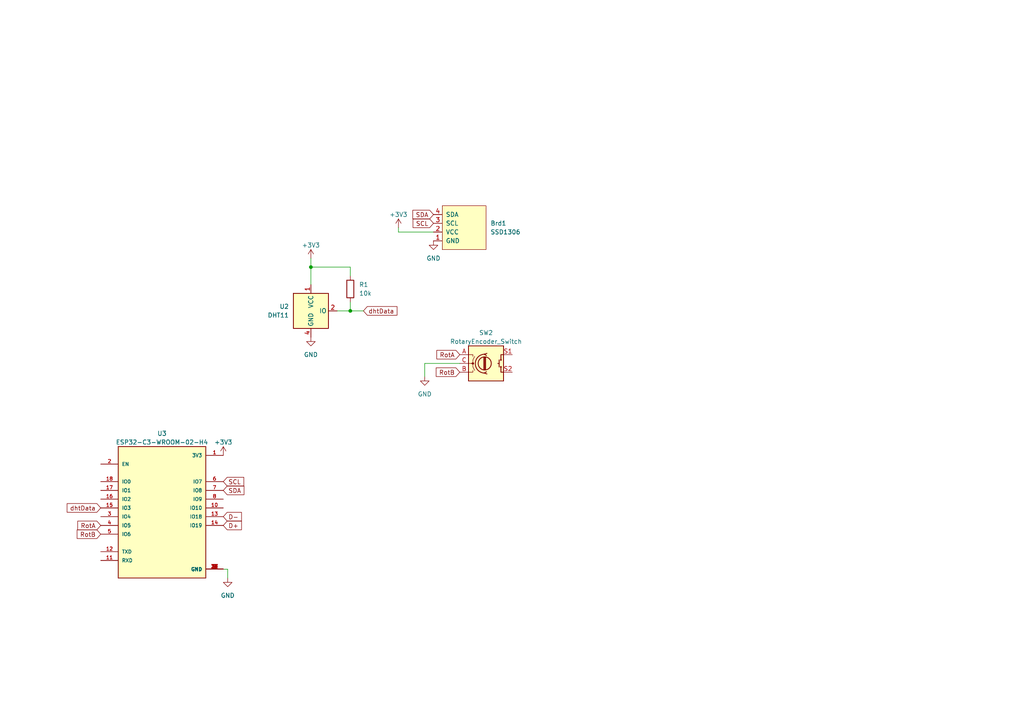
<source format=kicad_sch>
(kicad_sch (version 20230121) (generator eeschema)
  (paper "A4")
  (lib_symbols
    (symbol "Device:R" (pin_numbers hide) (pin_names (offset 0))
      (property "Reference" "R" (at 2.032 0 90))
      (property "Value" "R" (at 0 0 90))
      (symbol "R_0_1"
        (rectangle (start -1.016 -2.54) (end 1.016 2.54) (stroke (width 0.254)))
      )
      (symbol "R_1_1"
        (pin passive line (at 0 3.81 270) (length 1.27) (name "~") (number "1"))
        (pin passive line (at 0 -3.81 90) (length 1.27) (name "~") (number "2"))
      )
    )
    (symbol "Device:RotaryEncoder_Switch" (pin_names (offset 0.254) hide)
      (property "Reference" "SW" (at 0 6.604 0))
      (property "Value" "RotaryEncoder_Switch" (at 0 -6.604 0))
      (symbol "RotaryEncoder_Switch_0_1"
        (rectangle (start -5.08 5.08) (end 5.08 -5.08) (stroke (width 0.254)) (fill (type background)))
        (circle (center -3.81 0) (radius 0.254) (fill (type outline)))
        (circle (center -0.381 0) (radius 1.905) (stroke (width 0.254)))
        (arc (start -0.381 2.667) (mid -3.0988 -0.0635) (end -0.381 -2.794) (stroke (width 0.254)))
        (polyline (pts (xy -0.635 -1.778) (xy -0.635 1.778)) (stroke (width 0.254)))
        (polyline (pts (xy -0.381 -1.778) (xy -0.381 1.778)) (stroke (width 0.254)))
        (polyline (pts (xy -0.127 1.778) (xy -0.127 -1.778)) (stroke (width 0.254)))
        (polyline (pts (xy 3.81 0) (xy 3.429 0)) (stroke (width 0.254)))
        (polyline (pts (xy 3.81 1.016) (xy 3.81 -1.016)) (stroke (width 0.254)))
        (polyline (pts (xy -5.08 -2.54) (xy -3.81 -2.54) (xy -3.81 -2.032)))
        (polyline (pts (xy -5.08 2.54) (xy -3.81 2.54) (xy -3.81 2.032)))
        (polyline (pts (xy 0.254 -3.048) (xy -0.508 -2.794) (xy 0.127 -2.413)) (stroke (width 0.254)))
        (polyline (pts (xy 0.254 2.921) (xy -0.508 2.667) (xy 0.127 2.286)) (stroke (width 0.254)))
        (polyline (pts (xy 5.08 -2.54) (xy 4.318 -2.54) (xy 4.318 -1.016)) (stroke (width 0.254)))
        (polyline (pts (xy 5.08 2.54) (xy 4.318 2.54) (xy 4.318 1.016)) (stroke (width 0.254)))
        (polyline (pts (xy -5.08 0) (xy -3.81 0) (xy -3.81 -1.016) (xy -3.302 -2.032)))
        (polyline (pts (xy -4.318 0) (xy -3.81 0) (xy -3.81 1.016) (xy -3.302 2.032)))
        (circle (center 4.318 -1.016) (radius 0.127) (stroke (width 0.254)))
        (circle (center 4.318 1.016) (radius 0.127) (stroke (width 0.254)))
      )
      (symbol "RotaryEncoder_Switch_1_1"
        (pin passive line (at -7.62 2.54 0) (length 2.54) (name "A") (number "A"))
        (pin passive line (at -7.62 -2.54 0) (length 2.54) (name "B") (number "B"))
        (pin passive line (at -7.62 0 0) (length 2.54) (name "C") (number "C"))
        (pin passive line (at 7.62 2.54 180) (length 2.54) (name "S1") (number "S1"))
        (pin passive line (at 7.62 -2.54 180) (length 2.54) (name "S2") (number "S2"))
      )
    )
    (symbol "ESP32-C3-WROOM-02-H4:ESP32-C3-WROOM-02-H4" (pin_names (offset 1.016))
      (property "Reference" "U" (at -12.7 21.082 0))
      (property "Value" "ESP32-C3-WROOM-02-H4" (at -12.7 -18.542 0))
      (symbol "ESP32-C3-WROOM-02-H4_0_0"
        (rectangle (start -12.7 -17.78) (end 12.7 20.32) (stroke (width 0.254)) (fill (type background)))
        (pin power_in line (at 17.78 17.78 180) (length 5.08) (name "3V3") (number "1"))
        (pin bidirectional line (at 17.78 2.54 180) (length 5.08) (name "IO10") (number "10"))
        (pin bidirectional line (at -17.78 -12.7 0) (length 5.08) (name "RXD") (number "11"))
        (pin bidirectional line (at -17.78 -10.16 0) (length 5.08) (name "TXD") (number "12"))
        (pin bidirectional line (at 17.78 0 180) (length 5.08) (name "IO18") (number "13"))
        (pin bidirectional line (at 17.78 -2.54 180) (length 5.08) (name "IO19") (number "14"))
        (pin bidirectional line (at -17.78 2.54 0) (length 5.08) (name "IO3") (number "15"))
        (pin bidirectional line (at -17.78 5.08 0) (length 5.08) (name "IO2") (number "16"))
        (pin bidirectional line (at -17.78 7.62 0) (length 5.08) (name "IO1") (number "17"))
        (pin bidirectional line (at -17.78 10.16 0) (length 5.08) (name "IO0") (number "18"))
        (pin power_in line (at 17.78 -15.24 180) (length 5.08) (name "GND") (number "19"))
        (pin input line (at -17.78 15.24 0) (length 5.08) (name "EN") (number "2"))
        (pin power_in line (at 17.78 -15.24 180) (length 5.08) (name "GND") (number "20"))
        (pin power_in line (at 17.78 -15.24 180) (length 5.08) (name "GND") (number "21"))
        (pin power_in line (at 17.78 -15.24 180) (length 5.08) (name "GND") (number "22"))
        (pin power_in line (at 17.78 -15.24 180) (length 5.08) (name "GND") (number "23"))
        (pin power_in line (at 17.78 -15.24 180) (length 5.08) (name "GND") (number "24"))
        (pin power_in line (at 17.78 -15.24 180) (length 5.08) (name "GND") (number "25"))
        (pin power_in line (at 17.78 -15.24 180) (length 5.08) (name "GND") (number "26"))
        (pin power_in line (at 17.78 -15.24 180) (length 5.08) (name "GND") (number "27"))
        (pin power_in line (at 17.78 -15.24 180) (length 5.08) (name "GND") (number "28"))
        (pin power_in line (at 17.78 -15.24 180) (length 5.08) (name "GND") (number "29"))
        (pin bidirectional line (at -17.78 0 0) (length 5.08) (name "IO4") (number "3"))
        (pin power_in line (at 17.78 -15.24 180) (length 5.08) (name "GND") (number "30"))
        (pin power_in line (at 17.78 -15.24 180) (length 5.08) (name "GND") (number "31"))
        (pin power_in line (at 17.78 -15.24 180) (length 5.08) (name "GND") (number "32"))
        (pin power_in line (at 17.78 -15.24 180) (length 5.08) (name "GND") (number "33"))
        (pin power_in line (at 17.78 -15.24 180) (length 5.08) (name "GND") (number "34"))
        (pin power_in line (at 17.78 -15.24 180) (length 5.08) (name "GND") (number "35"))
        (pin power_in line (at 17.78 -15.24 180) (length 5.08) (name "GND") (number "36"))
        (pin power_in line (at 17.78 -15.24 180) (length 5.08) (name "GND") (number "37"))
        (pin power_in line (at 17.78 -15.24 180) (length 5.08) (name "GND") (number "38"))
        (pin power_in line (at 17.78 -15.24 180) (length 5.08) (name "GND") (number "39"))
        (pin bidirectional line (at -17.78 -2.54 0) (length 5.08) (name "IO5") (number "4"))
        (pin bidirectional line (at -17.78 -5.08 0) (length 5.08) (name "IO6") (number "5"))
        (pin bidirectional line (at 17.78 10.16 180) (length 5.08) (name "IO7") (number "6"))
        (pin bidirectional line (at 17.78 7.62 180) (length 5.08) (name "IO8") (number "7"))
        (pin bidirectional line (at 17.78 5.08 180) (length 5.08) (name "IO9") (number "8"))
        (pin power_in line (at 17.78 -15.24 180) (length 5.08) (name "GND") (number "9"))
      )
    )
    (symbol "SSD1306-128x64_OLED:SSD1306" (pin_names (offset 1.016))
      (property "Reference" "Brd" (at 0 -3.81 0))
      (property "Value" "SSD1306" (at 0 -1.27 0))
      (symbol "SSD1306_0_1"
        (rectangle (start -6.35 6.35) (end 6.35 -6.35) (fill (type background)))
      )
      (symbol "SSD1306_1_1"
        (pin input line (at -3.81 8.89 270) (length 2.54) (name "GND") (number "1"))
        (pin input line (at -1.27 8.89 270) (length 2.54) (name "VCC") (number "2"))
        (pin input line (at 1.27 8.89 270) (length 2.54) (name "SCL") (number "3"))
        (pin input line (at 3.81 8.89 270) (length 2.54) (name "SDA") (number "4"))
      )
    )
    (symbol "Sensor:DHT11"
      (property "Reference" "U" (at -3.81 6.35 0))
      (property "Value" "DHT11" (at 3.81 6.35 0))
      (symbol "DHT11_0_1"
        (rectangle (start -5.08 5.08) (end 5.08 -5.08) (stroke (width 0.254)) (fill (type background)))
      )
      (symbol "DHT11_1_1"
        (pin power_in line (at 0 7.62 270) (length 2.54) (name "VCC") (number "1"))
        (pin bidirectional line (at 7.62 0 180) (length 2.54) (name "IO") (number "2"))
        (pin no_connect line (at -5.08 0 0) (length 2.54) hide (name "NC") (number "3"))
        (pin power_in line (at 0 -7.62 90) (length 2.54) (name "GND") (number "4"))
      )
    )
    (symbol "power:+3V3" (power) (pin_names (offset 0))
      (property "Value" "+3V3" (at 0 3.556 0))
      (symbol "+3V3_0_1"
        (polyline (pts (xy -0.762 1.27) (xy 0 2.54)))
        (polyline (pts (xy 0 0) (xy 0 2.54)))
        (polyline (pts (xy 0 2.54) (xy 0.762 1.27)))
      )
      (symbol "+3V3_1_1"
        (pin power_in line (at 0 0 90) (length 0) hide (name "+3V3") (number "1"))
      )
    )
    (symbol "power:GND" (power) (pin_names (offset 0))
      (property "Value" "GND" (at 0 -3.81 0))
      (symbol "GND_0_1"
        (polyline (pts (xy 0 0) (xy 0 -1.27) (xy 1.27 -1.27) (xy 0 -2.54) (xy -1.27 -1.27) (xy 0 -1.27)))
      )
      (symbol "GND_1_1"
        (pin power_in line (at 0 0 270) (length 0) hide (name "GND") (number "1"))
      )
    )
  )
  (junction (at 90.17 77.47))
  (junction (at 101.6 90.17))
  (wire (pts (xy 101.6 87.63) (xy 101.6 90.17)))
  (wire (pts (xy 123.19 105.41) (xy 123.19 109.22)))
  (wire (pts (xy 115.57 67.31) (xy 125.73 67.31)))
  (wire (pts (xy 101.6 77.47) (xy 101.6 80.01)))
  (wire (pts (xy 90.17 74.93) (xy 90.17 77.47)))
  (wire (pts (xy 115.57 66.04) (xy 115.57 67.31)))
  (wire (pts (xy 66.04 165.1) (xy 64.77 165.1)))
  (wire (pts (xy 90.17 77.47) (xy 101.6 77.47)))
  (wire (pts (xy 101.6 90.17) (xy 97.79 90.17)))
  (wire (pts (xy 133.35 105.41) (xy 123.19 105.41)))
  (wire (pts (xy 66.04 167.64) (xy 66.04 165.1)))
  (wire (pts (xy 105.41 90.17) (xy 101.6 90.17)))
  (wire (pts (xy 90.17 77.47) (xy 90.17 82.55)))
  (global_label "RotB" (shape input) (at 133.35 107.95 180) (property "Intersheetrefs" "${INTERSHEET_REFS}" (effects hide)))
  (global_label "SDA" (shape input) (at 64.77 142.24 0) (property "Intersheetrefs" "${INTERSHEET_REFS}" (effects hide)))
  (global_label "RotA" (shape input) (at 29.21 152.4 180) (property "Intersheetrefs" "${INTERSHEET_REFS}" (effects hide)))
  (global_label "D+" (shape input) (at 64.77 152.4 0) (property "Intersheetrefs" "${INTERSHEET_REFS}" (effects hide)))
  (global_label "SDA" (shape input) (at 125.73 62.23 180) (property "Intersheetrefs" "${INTERSHEET_REFS}" (effects hide)))
  (global_label "RotB" (shape input) (at 29.21 154.94 180) (property "Intersheetrefs" "${INTERSHEET_REFS}" (effects hide)))
  (global_label "RotA" (shape input) (at 133.35 102.87 180) (property "Intersheetrefs" "${INTERSHEET_REFS}" (effects hide)))
  (global_label "D-" (shape input) (at 64.77 149.86 0) (property "Intersheetrefs" "${INTERSHEET_REFS}" (effects hide)))
  (global_label "dhtData" (shape input) (at 29.21 147.32 180) (property "Intersheetrefs" "${INTERSHEET_REFS}" (effects hide)))
  (global_label "dhtData" (shape input) (at 105.41 90.17 0) (property "Intersheetrefs" "${INTERSHEET_REFS}" (effects hide)))
  (global_label "SCL" (shape input) (at 125.73 64.77 180) (property "Intersheetrefs" "${INTERSHEET_REFS}" (effects hide)))
  (global_label "SCL" (shape input) (at 64.77 139.7 0) (property "Intersheetrefs" "${INTERSHEET_REFS}" (effects hide)))
  (symbol (lib_id "SSD1306-128x64_OLED:SSD1306") (at 134.62 66.04 90) (unit 1)
    (property "Reference" "Brd1" (at 142.24 64.7699 90) (effects (justify right)))
    (property "Value" "SSD1306" (at 142.24 67.3099 90) (effects (justify right)))
    (property "Footprint" "SSD1306:128x64OLED" (effects hide))
  )
  (symbol (lib_id "power:+3V3") (at 90.17 74.93 0) (unit 1)
    (property "Reference" "#PWR03" (effects hide))
    (property "Value" "+3V3" (at 90.17 71.12 0))
  )
  (symbol (lib_id "Sensor:DHT11") (at 90.17 90.17 0) (unit 1)
    (property "Reference" "U2" (at 83.82 88.8999 0) (effects (justify right)))
    (property "Value" "DHT11" (at 83.82 91.4399 0) (effects (justify right)))
    (property "Footprint" "Sensor:Aosong_DHT11_5.5x12.0_P2.54mm" (effects hide))
    (property "Datasheet" "http://akizukidenshi.com/download/ds/aosong/DHT11.pdf" (effects hide))
  )
  (symbol (lib_id "power:GND") (at 66.04 167.64 0) (unit 1)
    (property "Reference" "#PWR04" (effects hide))
    (property "Value" "GND" (at 66.04 172.72 0))
  )
  (symbol (lib_id "power:GND") (at 90.17 97.79 0) (unit 1)
    (property "Reference" "#PWR07" (effects hide))
    (property "Value" "GND" (at 90.17 102.87 0))
  )
  (symbol (lib_id "power:GND") (at 123.19 109.22 0) (unit 1)
    (property "Reference" "#PWR09" (effects hide))
    (property "Value" "GND" (at 123.19 114.3 0))
  )
  (symbol (lib_id "power:+3V3") (at 64.77 132.08 0) (unit 1)
    (property "Reference" "#PWR02" (effects hide))
    (property "Value" "+3V3" (at 64.77 128.27 0))
  )
  (symbol (lib_id "Device:RotaryEncoder_Switch") (at 140.97 105.41 0) (unit 1)
    (property "Reference" "SW2" (at 140.97 96.52 0))
    (property "Value" "RotaryEncoder_Switch" (at 140.97 99.06 0))
  )
  (symbol (lib_id "Device:R") (at 101.6 83.82 0) (unit 1)
    (property "Reference" "R1" (at 104.14 82.5499 0) (effects (justify left)))
    (property "Value" "10k" (at 104.14 85.0899 0) (effects (justify left)))
    (property "Footprint" "Resistor_SMD:R_0805_2012Metric_Pad1.20x1.40mm_HandSolder" (effects hide))
  )
  (symbol (lib_id "ESP32-C3-WROOM-02-H4:ESP32-C3-WROOM-02-H4") (at 46.99 149.86 0) (unit 1)
    (property "Reference" "U3" (at 46.99 125.73 0))
    (property "Value" "ESP32-C3-WROOM-02-H4" (at 46.99 128.27 0))
    (property "Footprint" "esp32-c3:MODULE_ESP32-C3-WROOM-02-H4" (effects hide))
    (property "MF" "Espressif Systems" (effects hide))
    (property "Description" "WiFi Modules (802.11) (Engineering Samples) SMD module, ESP32-C3, 4MB SPI flash, PCB antenna, -40 C +105 C" (effects hide))
    (property "Package" "Package" (effects hide))
    (property "Price" "None" (effects hide))
    (property "MP" "ESP32-C3-WROOM-02-H4" (effects hide))
    (property "Availability" "In Stock" (effects hide))
    (property "Purchase-URL" "https://pricing.snapeda.com/search/part/ESP32-C3-WROOM-02-H4/?ref=eda" (effects hide))
  )
  (symbol (lib_id "power:+3V3") (at 115.57 66.04 0) (unit 1)
    (property "Reference" "#PWR01" (effects hide))
    (property "Value" "+3V3" (at 115.57 62.23 0))
  )
  (symbol (lib_id "power:GND") (at 125.73 69.85 0) (unit 1)
    (property "Reference" "#PWR010" (effects hide))
    (property "Value" "GND" (at 125.73 74.93 0))
  )
)
</source>
